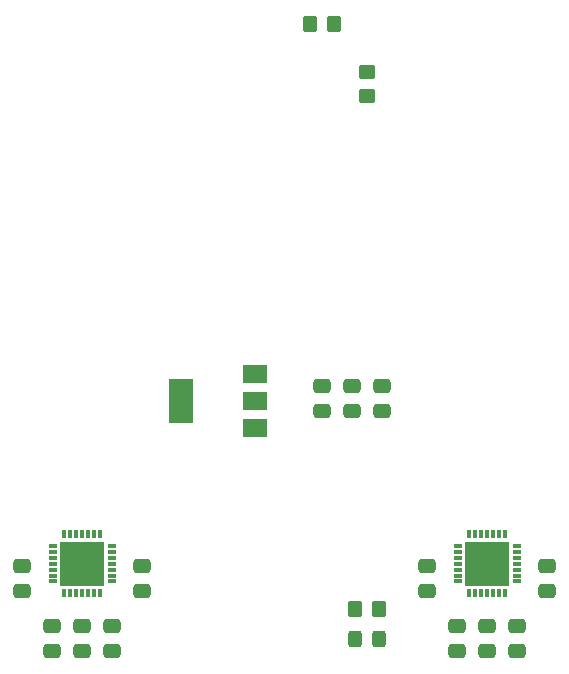
<source format=gtp>
G04 #@! TF.GenerationSoftware,KiCad,Pcbnew,(6.0.8)*
G04 #@! TF.CreationDate,2022-12-02T13:55:39+01:00*
G04 #@! TF.ProjectId,xy-systeem,78792d73-7973-4746-9565-6d2e6b696361,rev?*
G04 #@! TF.SameCoordinates,Original*
G04 #@! TF.FileFunction,Paste,Top*
G04 #@! TF.FilePolarity,Positive*
%FSLAX46Y46*%
G04 Gerber Fmt 4.6, Leading zero omitted, Abs format (unit mm)*
G04 Created by KiCad (PCBNEW (6.0.8)) date 2022-12-02 13:55:39*
%MOMM*%
%LPD*%
G01*
G04 APERTURE LIST*
G04 Aperture macros list*
%AMRoundRect*
0 Rectangle with rounded corners*
0 $1 Rounding radius*
0 $2 $3 $4 $5 $6 $7 $8 $9 X,Y pos of 4 corners*
0 Add a 4 corners polygon primitive as box body*
4,1,4,$2,$3,$4,$5,$6,$7,$8,$9,$2,$3,0*
0 Add four circle primitives for the rounded corners*
1,1,$1+$1,$2,$3*
1,1,$1+$1,$4,$5*
1,1,$1+$1,$6,$7*
1,1,$1+$1,$8,$9*
0 Add four rect primitives between the rounded corners*
20,1,$1+$1,$2,$3,$4,$5,0*
20,1,$1+$1,$4,$5,$6,$7,0*
20,1,$1+$1,$6,$7,$8,$9,0*
20,1,$1+$1,$8,$9,$2,$3,0*%
G04 Aperture macros list end*
%ADD10R,0.800000X0.300000*%
%ADD11R,0.300000X0.800000*%
%ADD12R,3.800000X3.800000*%
%ADD13RoundRect,0.250000X-0.450000X0.350000X-0.450000X-0.350000X0.450000X-0.350000X0.450000X0.350000X0*%
%ADD14R,2.000000X1.500000*%
%ADD15R,2.000000X3.800000*%
%ADD16RoundRect,0.250000X-0.475000X0.337500X-0.475000X-0.337500X0.475000X-0.337500X0.475000X0.337500X0*%
%ADD17RoundRect,0.250000X0.475000X-0.337500X0.475000X0.337500X-0.475000X0.337500X-0.475000X-0.337500X0*%
%ADD18RoundRect,0.250000X-0.325000X-0.450000X0.325000X-0.450000X0.325000X0.450000X-0.325000X0.450000X0*%
%ADD19RoundRect,0.250000X-0.350000X-0.450000X0.350000X-0.450000X0.350000X0.450000X-0.350000X0.450000X0*%
%ADD20RoundRect,0.250000X0.350000X0.450000X-0.350000X0.450000X-0.350000X-0.450000X0.350000X-0.450000X0*%
G04 APERTURE END LIST*
D10*
X158790000Y-126770000D03*
X158790000Y-127270000D03*
X158790000Y-127770000D03*
X158790000Y-128270000D03*
X158790000Y-128770000D03*
X158790000Y-129270000D03*
X158790000Y-129770000D03*
D11*
X159790000Y-130770000D03*
X160290000Y-130770000D03*
X160790000Y-130770000D03*
X161290000Y-130770000D03*
X161790000Y-130770000D03*
X162290000Y-130770000D03*
X162790000Y-130770000D03*
D10*
X163790000Y-129770000D03*
X163790000Y-129270000D03*
X163790000Y-128770000D03*
X163790000Y-128270000D03*
X163790000Y-127770000D03*
X163790000Y-127270000D03*
X163790000Y-126770000D03*
D11*
X162790000Y-125770000D03*
X162290000Y-125770000D03*
X161790000Y-125770000D03*
X161290000Y-125770000D03*
X160790000Y-125770000D03*
X160290000Y-125770000D03*
X159790000Y-125770000D03*
D12*
X161290000Y-128270000D03*
D13*
X151130000Y-86630000D03*
X151130000Y-88630000D03*
D14*
X141650000Y-116800000D03*
X141650000Y-114500000D03*
D15*
X135350000Y-114500000D03*
D14*
X141650000Y-112200000D03*
D16*
X129540000Y-133582500D03*
X129540000Y-135657500D03*
X127000000Y-133582500D03*
X127000000Y-135657500D03*
X152400000Y-113262500D03*
X152400000Y-115337500D03*
D17*
X166370000Y-130577500D03*
X166370000Y-128502500D03*
D16*
X124460000Y-133582500D03*
X124460000Y-135657500D03*
X147320000Y-113262500D03*
X147320000Y-115337500D03*
D17*
X156210000Y-130577500D03*
X156210000Y-128502500D03*
D16*
X158750000Y-133582500D03*
X158750000Y-135657500D03*
D10*
X124500000Y-126770000D03*
X124500000Y-127270000D03*
X124500000Y-127770000D03*
X124500000Y-128270000D03*
X124500000Y-128770000D03*
X124500000Y-129270000D03*
X124500000Y-129770000D03*
D11*
X125500000Y-130770000D03*
X126000000Y-130770000D03*
X126500000Y-130770000D03*
X127000000Y-130770000D03*
X127500000Y-130770000D03*
X128000000Y-130770000D03*
X128500000Y-130770000D03*
D10*
X129500000Y-129770000D03*
X129500000Y-129270000D03*
X129500000Y-128770000D03*
X129500000Y-128270000D03*
X129500000Y-127770000D03*
X129500000Y-127270000D03*
X129500000Y-126770000D03*
D11*
X128500000Y-125770000D03*
X128000000Y-125770000D03*
X127500000Y-125770000D03*
X127000000Y-125770000D03*
X126500000Y-125770000D03*
X126000000Y-125770000D03*
X125500000Y-125770000D03*
D12*
X127000000Y-128270000D03*
D16*
X161290000Y-133582500D03*
X161290000Y-135657500D03*
D18*
X150105000Y-134620000D03*
X152155000Y-134620000D03*
D16*
X149860000Y-113262500D03*
X149860000Y-115337500D03*
D19*
X150130000Y-132080000D03*
X152130000Y-132080000D03*
D17*
X121920000Y-130577500D03*
X121920000Y-128502500D03*
D16*
X163830000Y-133582500D03*
X163830000Y-135657500D03*
D17*
X132080000Y-130577500D03*
X132080000Y-128502500D03*
D20*
X148320000Y-82550000D03*
X146320000Y-82550000D03*
M02*

</source>
